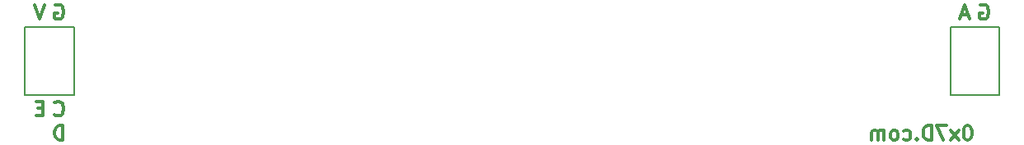
<source format=gbr>
G04 #@! TF.FileFunction,Legend,Bot*
%FSLAX46Y46*%
G04 Gerber Fmt 4.6, Leading zero omitted, Abs format (unit mm)*
G04 Created by KiCad (PCBNEW 4.0.7) date 02/04/18 23:22:38*
%MOMM*%
%LPD*%
G01*
G04 APERTURE LIST*
%ADD10C,0.100000*%
%ADD11C,0.300000*%
%ADD12C,0.150000*%
G04 APERTURE END LIST*
D10*
D11*
X193857143Y-97250000D02*
X193142857Y-97250000D01*
X194000000Y-97678571D02*
X193500000Y-96178571D01*
X193000000Y-97678571D01*
X195107143Y-96250000D02*
X195250000Y-96178571D01*
X195464286Y-96178571D01*
X195678571Y-96250000D01*
X195821429Y-96392857D01*
X195892857Y-96535714D01*
X195964286Y-96821429D01*
X195964286Y-97035714D01*
X195892857Y-97321429D01*
X195821429Y-97464286D01*
X195678571Y-97607143D01*
X195464286Y-97678571D01*
X195321429Y-97678571D01*
X195107143Y-97607143D01*
X195035714Y-97535714D01*
X195035714Y-97035714D01*
X195321429Y-97035714D01*
X98821428Y-106892857D02*
X98321428Y-106892857D01*
X98107142Y-107678571D02*
X98821428Y-107678571D01*
X98821428Y-106178571D01*
X98107142Y-106178571D01*
X100035714Y-107535714D02*
X100107143Y-107607143D01*
X100321429Y-107678571D01*
X100464286Y-107678571D01*
X100678571Y-107607143D01*
X100821429Y-107464286D01*
X100892857Y-107321429D01*
X100964286Y-107035714D01*
X100964286Y-106821429D01*
X100892857Y-106535714D01*
X100821429Y-106392857D01*
X100678571Y-106250000D01*
X100464286Y-106178571D01*
X100321429Y-106178571D01*
X100107143Y-106250000D01*
X100035714Y-106321429D01*
X100892857Y-110178571D02*
X100892857Y-108678571D01*
X100535714Y-108678571D01*
X100321429Y-108750000D01*
X100178571Y-108892857D01*
X100107143Y-109035714D01*
X100035714Y-109321429D01*
X100035714Y-109535714D01*
X100107143Y-109821429D01*
X100178571Y-109964286D01*
X100321429Y-110107143D01*
X100535714Y-110178571D01*
X100892857Y-110178571D01*
X99000000Y-96178571D02*
X98500000Y-97678571D01*
X98000000Y-96178571D01*
X100107143Y-96250000D02*
X100250000Y-96178571D01*
X100464286Y-96178571D01*
X100678571Y-96250000D01*
X100821429Y-96392857D01*
X100892857Y-96535714D01*
X100964286Y-96821429D01*
X100964286Y-97035714D01*
X100892857Y-97321429D01*
X100821429Y-97464286D01*
X100678571Y-97607143D01*
X100464286Y-97678571D01*
X100321429Y-97678571D01*
X100107143Y-97607143D01*
X100035714Y-97535714D01*
X100035714Y-97035714D01*
X100321429Y-97035714D01*
X193857143Y-108678571D02*
X193714286Y-108678571D01*
X193571429Y-108750000D01*
X193500000Y-108821429D01*
X193428571Y-108964286D01*
X193357143Y-109250000D01*
X193357143Y-109607143D01*
X193428571Y-109892857D01*
X193500000Y-110035714D01*
X193571429Y-110107143D01*
X193714286Y-110178571D01*
X193857143Y-110178571D01*
X194000000Y-110107143D01*
X194071429Y-110035714D01*
X194142857Y-109892857D01*
X194214286Y-109607143D01*
X194214286Y-109250000D01*
X194142857Y-108964286D01*
X194071429Y-108821429D01*
X194000000Y-108750000D01*
X193857143Y-108678571D01*
X192857143Y-110178571D02*
X192071429Y-109178571D01*
X192857143Y-109178571D02*
X192071429Y-110178571D01*
X191642857Y-108678571D02*
X190642857Y-108678571D01*
X191285714Y-110178571D01*
X190071429Y-110178571D02*
X190071429Y-108678571D01*
X189714286Y-108678571D01*
X189500001Y-108750000D01*
X189357143Y-108892857D01*
X189285715Y-109035714D01*
X189214286Y-109321429D01*
X189214286Y-109535714D01*
X189285715Y-109821429D01*
X189357143Y-109964286D01*
X189500001Y-110107143D01*
X189714286Y-110178571D01*
X190071429Y-110178571D01*
X188571429Y-110035714D02*
X188500001Y-110107143D01*
X188571429Y-110178571D01*
X188642858Y-110107143D01*
X188571429Y-110035714D01*
X188571429Y-110178571D01*
X187214286Y-110107143D02*
X187357143Y-110178571D01*
X187642857Y-110178571D01*
X187785715Y-110107143D01*
X187857143Y-110035714D01*
X187928572Y-109892857D01*
X187928572Y-109464286D01*
X187857143Y-109321429D01*
X187785715Y-109250000D01*
X187642857Y-109178571D01*
X187357143Y-109178571D01*
X187214286Y-109250000D01*
X186357143Y-110178571D02*
X186500001Y-110107143D01*
X186571429Y-110035714D01*
X186642858Y-109892857D01*
X186642858Y-109464286D01*
X186571429Y-109321429D01*
X186500001Y-109250000D01*
X186357143Y-109178571D01*
X186142858Y-109178571D01*
X186000001Y-109250000D01*
X185928572Y-109321429D01*
X185857143Y-109464286D01*
X185857143Y-109892857D01*
X185928572Y-110035714D01*
X186000001Y-110107143D01*
X186142858Y-110178571D01*
X186357143Y-110178571D01*
X185214286Y-110178571D02*
X185214286Y-109178571D01*
X185214286Y-109321429D02*
X185142858Y-109250000D01*
X185000000Y-109178571D01*
X184785715Y-109178571D01*
X184642858Y-109250000D01*
X184571429Y-109392857D01*
X184571429Y-110178571D01*
X184571429Y-109392857D02*
X184500000Y-109250000D01*
X184357143Y-109178571D01*
X184142858Y-109178571D01*
X184000000Y-109250000D01*
X183928572Y-109392857D01*
X183928572Y-110178571D01*
D12*
X102000000Y-98500000D02*
X97000000Y-98500000D01*
X97000000Y-98500000D02*
X97000000Y-105500000D01*
X97000000Y-105500000D02*
X102000000Y-105500000D01*
X102000000Y-105500000D02*
X102000000Y-98500000D01*
X197000000Y-98500000D02*
X192000000Y-98500000D01*
X192000000Y-98500000D02*
X192000000Y-105500000D01*
X192000000Y-105500000D02*
X197000000Y-105500000D01*
X197000000Y-105500000D02*
X197000000Y-98500000D01*
M02*

</source>
